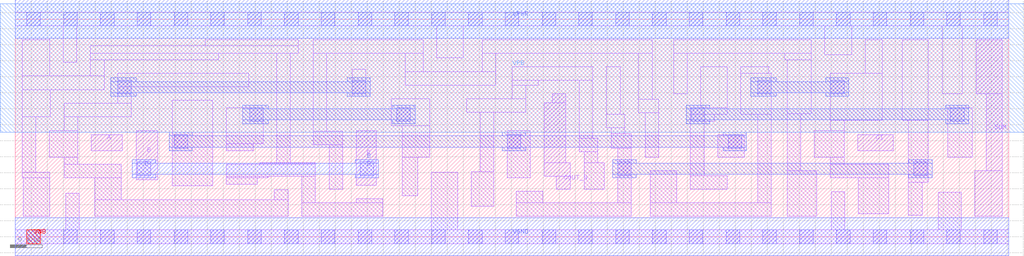
<source format=lef>
# Copyright 2020 The SkyWater PDK Authors
#
# Licensed under the Apache License, Version 2.0 (the "License");
# you may not use this file except in compliance with the License.
# You may obtain a copy of the License at
#
#     https://www.apache.org/licenses/LICENSE-2.0
#
# Unless required by applicable law or agreed to in writing, software
# distributed under the License is distributed on an "AS IS" BASIS,
# WITHOUT WARRANTIES OR CONDITIONS OF ANY KIND, either express or implied.
# See the License for the specific language governing permissions and
# limitations under the License.
#
# SPDX-License-Identifier: Apache-2.0

VERSION 5.7 ;
  NOWIREEXTENSIONATPIN ON ;
  DIVIDERCHAR "/" ;
  BUSBITCHARS "[]" ;
MACRO sky130_fd_sc_hd__fahcon_1
  CLASS CORE ;
  FOREIGN sky130_fd_sc_hd__fahcon_1 ;
  ORIGIN  0.000000  0.000000 ;
  SIZE  12.42000 BY  2.720000 ;
  SYMMETRY X Y R90 ;
  SITE unithd ;
  PIN A
    ANTENNAGATEAREA  0.247500 ;
    DIRECTION INPUT ;
    USE SIGNAL ;
    PORT
      LAYER li1 ;
        RECT 0.950000 1.075000 1.340000 1.275000 ;
    END
  END A
  PIN B
    ANTENNAGATEAREA  0.937500 ;
    DIRECTION INPUT ;
    USE SIGNAL ;
    PORT
      LAYER li1 ;
        RECT 1.510000 0.710000 1.780000 1.325000 ;
      LAYER mcon ;
        RECT 1.525000 0.765000 1.695000 0.935000 ;
    END
    PORT
      LAYER li1 ;
        RECT 4.265000 0.645000 4.515000 1.325000 ;
      LAYER mcon ;
        RECT 4.310000 0.765000 4.480000 0.935000 ;
    END
    PORT
      LAYER met1 ;
        RECT 1.465000 0.735000 1.755000 0.780000 ;
        RECT 1.465000 0.780000 4.540000 0.920000 ;
        RECT 1.465000 0.920000 1.755000 0.965000 ;
        RECT 4.250000 0.735000 4.540000 0.780000 ;
        RECT 4.250000 0.920000 4.540000 0.965000 ;
    END
  END B
  PIN CI
    ANTENNAGATEAREA  0.493500 ;
    DIRECTION INPUT ;
    USE SIGNAL ;
    PORT
      LAYER li1 ;
        RECT 10.530000 1.075000 10.975000 1.275000 ;
    END
  END CI
  PIN COUT_N
    ANTENNADIFFAREA  0.402800 ;
    DIRECTION OUTPUT ;
    USE SIGNAL ;
    PORT
      LAYER li1 ;
        RECT 6.610000 0.755000 6.935000 0.925000 ;
        RECT 6.610000 0.925000 6.880000 1.675000 ;
        RECT 6.710000 1.675000 6.880000 1.785000 ;
        RECT 6.765000 0.595000 6.935000 0.755000 ;
    END
  END COUT_N
  PIN SUM
    ANTENNADIFFAREA  0.463750 ;
    DIRECTION OUTPUT ;
    USE SIGNAL ;
    PORT
      LAYER li1 ;
        RECT 11.995000 0.255000 12.335000 0.825000 ;
        RECT 12.010000 1.785000 12.335000 2.465000 ;
        RECT 12.135000 0.825000 12.335000 1.785000 ;
    END
  END SUM
  PIN VGND
    DIRECTION INOUT ;
    SHAPE ABUTMENT ;
    USE GROUND ;
    PORT
      LAYER met1 ;
        RECT 0.000000 -0.240000 12.420000 0.240000 ;
    END
  END VGND
  PIN VNB
    DIRECTION INOUT ;
    USE GROUND ;
    PORT
      LAYER pwell ;
        RECT 0.145000 -0.085000 0.315000 0.085000 ;
    END
  END VNB
  PIN VPB
    DIRECTION INOUT ;
    USE POWER ;
    PORT
      LAYER nwell ;
        RECT -0.190000 1.305000 12.610000 2.910000 ;
    END
  END VPB
  PIN VPWR
    DIRECTION INOUT ;
    SHAPE ABUTMENT ;
    USE POWER ;
    PORT
      LAYER met1 ;
        RECT 0.000000 2.480000 12.420000 2.960000 ;
    END
  END VPWR
  OBS
    LAYER li1 ;
      RECT  0.000000 -0.085000 12.420000 0.085000 ;
      RECT  0.000000  2.635000 12.420000 2.805000 ;
      RECT  0.085000  0.735000  0.430000 0.805000 ;
      RECT  0.085000  0.805000  0.255000 1.500000 ;
      RECT  0.085000  1.500000  0.440000 1.840000 ;
      RECT  0.085000  1.840000  1.110000 2.010000 ;
      RECT  0.085000  2.010000  0.430000 2.465000 ;
      RECT  0.100000  0.255000  0.430000 0.735000 ;
      RECT  0.425000  0.995000  0.780000 1.325000 ;
      RECT  0.600000  2.180000  0.770000 2.635000 ;
      RECT  0.610000  0.735000  1.325000 0.905000 ;
      RECT  0.610000  0.905000  0.780000 0.995000 ;
      RECT  0.610000  1.325000  0.780000 1.500000 ;
      RECT  0.610000  1.500000  1.450000 1.670000 ;
      RECT  0.630000  0.085000  0.800000 0.545000 ;
      RECT  0.940000  2.010000  1.110000 2.215000 ;
      RECT  0.940000  2.215000  2.545000 2.295000 ;
      RECT  0.940000  2.295000  3.540000 2.385000 ;
      RECT  0.995000  0.255000  3.410000 0.465000 ;
      RECT  0.995000  0.465000  1.325000 0.735000 ;
      RECT  1.280000  1.670000  1.450000 1.875000 ;
      RECT  1.280000  1.875000  2.920000 2.045000 ;
      RECT  1.965000  0.635000  2.470000 1.705000 ;
      RECT  2.375000  2.385000  3.540000 2.465000 ;
      RECT  2.640000  0.655000  3.025000 0.735000 ;
      RECT  2.640000  0.735000  3.160000 0.755000 ;
      RECT  2.640000  0.755000  3.750000 0.905000 ;
      RECT  2.640000  1.075000  2.975000 1.160000 ;
      RECT  2.640000  1.160000  3.100000 1.615000 ;
      RECT  3.055000  0.905000  3.750000 0.925000 ;
      RECT  3.240000  0.465000  3.410000 0.585000 ;
      RECT  3.270000  0.925000  3.440000 2.295000 ;
      RECT  3.580000  0.255000  4.595000 0.425000 ;
      RECT  3.580000  0.425000  3.750000 0.755000 ;
      RECT  3.725000  1.150000  4.095000 1.320000 ;
      RECT  3.725000  1.320000  3.895000 2.295000 ;
      RECT  3.725000  2.295000  5.100000 2.465000 ;
      RECT  3.925000  0.595000  4.095000 1.150000 ;
      RECT  4.210000  1.755000  4.380000 2.095000 ;
      RECT  4.265000  0.425000  4.595000 0.475000 ;
      RECT  4.700000  1.385000  5.180000 1.725000 ;
      RECT  4.840000  0.510000  5.030000 0.995000 ;
      RECT  4.840000  0.995000  5.180000 1.385000 ;
      RECT  4.875000  1.895000  6.005000 2.065000 ;
      RECT  4.875000  2.065000  5.100000 2.295000 ;
      RECT  5.200000  0.085000  5.530000 0.805000 ;
      RECT  5.270000  2.235000  5.600000 2.635000 ;
      RECT  5.645000  1.555000  6.380000 1.725000 ;
      RECT  5.700000  0.380000  5.980000 0.815000 ;
      RECT  5.810000  0.815000  5.980000 1.555000 ;
      RECT  5.835000  2.065000  6.005000 2.295000 ;
      RECT  5.835000  2.295000  7.960000 2.465000 ;
      RECT  6.150000  0.740000  6.435000 1.325000 ;
      RECT  6.210000  1.725000  6.380000 1.895000 ;
      RECT  6.210000  1.895000  6.540000 1.955000 ;
      RECT  6.210000  1.955000  7.220000 2.125000 ;
      RECT  6.265000  0.255000  7.700000 0.425000 ;
      RECT  6.265000  0.425000  6.595000 0.570000 ;
      RECT  7.050000  1.060000  7.280000 1.230000 ;
      RECT  7.050000  1.230000  7.220000 1.955000 ;
      RECT  7.110000  0.595000  7.360000 0.925000 ;
      RECT  7.110000  0.925000  7.280000 1.060000 ;
      RECT  7.390000  1.360000  7.620000 1.530000 ;
      RECT  7.390000  1.530000  7.560000 2.125000 ;
      RECT  7.450000  1.105000  7.700000 1.290000 ;
      RECT  7.450000  1.290000  7.620000 1.360000 ;
      RECT  7.530000  0.425000  7.700000 1.105000 ;
      RECT  7.790000  1.550000  8.045000 1.720000 ;
      RECT  7.790000  1.720000  7.960000 2.295000 ;
      RECT  7.875000  0.995000  8.045000 1.550000 ;
      RECT  7.935000  0.255000  9.450000 0.425000 ;
      RECT  7.935000  0.425000  8.270000 0.825000 ;
      RECT  8.230000  1.785000  8.400000 2.295000 ;
      RECT  8.230000  2.295000  9.950000 2.465000 ;
      RECT  8.440000  0.595000  8.900000 0.765000 ;
      RECT  8.440000  0.765000  8.610000 1.445000 ;
      RECT  8.440000  1.445000  8.740000 1.530000 ;
      RECT  8.440000  1.530000  8.900000 1.615000 ;
      RECT  8.570000  1.615000  8.900000 2.125000 ;
      RECT  8.780000  0.995000  9.110000 1.275000 ;
      RECT  9.070000  1.530000  9.450000 2.045000 ;
      RECT  9.070000  2.045000  9.420000 2.125000 ;
      RECT  9.280000  0.425000  9.450000 1.530000 ;
      RECT  9.620000  2.215000  9.950000 2.295000 ;
      RECT  9.650000  0.255000 10.020000 0.825000 ;
      RECT  9.650000  0.825000  9.820000 1.535000 ;
      RECT  9.650000  1.535000  9.950000 2.215000 ;
      RECT  9.990000  0.995000 10.360000 1.325000 ;
      RECT 10.120000  2.275000 10.455000 2.635000 ;
      RECT 10.190000  0.735000 10.920000 0.905000 ;
      RECT 10.190000  0.905000 10.360000 0.995000 ;
      RECT 10.190000  1.325000 10.360000 1.455000 ;
      RECT 10.190000  1.455000 10.835000 2.045000 ;
      RECT 10.200000  0.085000 10.370000 0.565000 ;
      RECT 10.540000  0.285000 10.920000 0.735000 ;
      RECT 10.625000  2.045000 10.835000 2.465000 ;
      RECT 11.085000  1.455000 11.415000 2.465000 ;
      RECT 11.165000  0.270000 11.335000 0.680000 ;
      RECT 11.165000  0.680000 11.415000 1.455000 ;
      RECT 11.535000  0.085000 11.825000 0.555000 ;
      RECT 11.585000  1.785000 11.840000 2.635000 ;
      RECT 11.655000  0.995000 11.965000 1.615000 ;
    LAYER mcon ;
      RECT  0.145000 -0.085000  0.315000 0.085000 ;
      RECT  0.145000  2.635000  0.315000 2.805000 ;
      RECT  0.605000 -0.085000  0.775000 0.085000 ;
      RECT  0.605000  2.635000  0.775000 2.805000 ;
      RECT  1.065000 -0.085000  1.235000 0.085000 ;
      RECT  1.065000  2.635000  1.235000 2.805000 ;
      RECT  1.280000  1.785000  1.450000 1.955000 ;
      RECT  1.525000 -0.085000  1.695000 0.085000 ;
      RECT  1.525000  2.635000  1.695000 2.805000 ;
      RECT  1.985000 -0.085000  2.155000 0.085000 ;
      RECT  1.985000  1.105000  2.155000 1.275000 ;
      RECT  1.985000  2.635000  2.155000 2.805000 ;
      RECT  2.445000 -0.085000  2.615000 0.085000 ;
      RECT  2.445000  2.635000  2.615000 2.805000 ;
      RECT  2.905000 -0.085000  3.075000 0.085000 ;
      RECT  2.905000  2.635000  3.075000 2.805000 ;
      RECT  2.930000  1.445000  3.100000 1.615000 ;
      RECT  3.365000 -0.085000  3.535000 0.085000 ;
      RECT  3.365000  2.635000  3.535000 2.805000 ;
      RECT  3.825000 -0.085000  3.995000 0.085000 ;
      RECT  3.825000  2.635000  3.995000 2.805000 ;
      RECT  4.210000  1.785000  4.380000 1.955000 ;
      RECT  4.285000 -0.085000  4.455000 0.085000 ;
      RECT  4.285000  2.635000  4.455000 2.805000 ;
      RECT  4.745000 -0.085000  4.915000 0.085000 ;
      RECT  4.745000  2.635000  4.915000 2.805000 ;
      RECT  4.770000  1.445000  4.940000 1.615000 ;
      RECT  5.205000 -0.085000  5.375000 0.085000 ;
      RECT  5.205000  2.635000  5.375000 2.805000 ;
      RECT  5.665000 -0.085000  5.835000 0.085000 ;
      RECT  5.665000  2.635000  5.835000 2.805000 ;
      RECT  6.125000 -0.085000  6.295000 0.085000 ;
      RECT  6.125000  2.635000  6.295000 2.805000 ;
      RECT  6.150000  1.105000  6.320000 1.275000 ;
      RECT  6.585000 -0.085000  6.755000 0.085000 ;
      RECT  6.585000  2.635000  6.755000 2.805000 ;
      RECT  7.045000 -0.085000  7.215000 0.085000 ;
      RECT  7.045000  2.635000  7.215000 2.805000 ;
      RECT  7.505000 -0.085000  7.675000 0.085000 ;
      RECT  7.505000  2.635000  7.675000 2.805000 ;
      RECT  7.530000  0.765000  7.700000 0.935000 ;
      RECT  7.965000 -0.085000  8.135000 0.085000 ;
      RECT  7.965000  2.635000  8.135000 2.805000 ;
      RECT  8.425000 -0.085000  8.595000 0.085000 ;
      RECT  8.425000  2.635000  8.595000 2.805000 ;
      RECT  8.450000  1.445000  8.620000 1.615000 ;
      RECT  8.885000 -0.085000  9.055000 0.085000 ;
      RECT  8.885000  2.635000  9.055000 2.805000 ;
      RECT  8.910000  1.105000  9.080000 1.275000 ;
      RECT  9.280000  1.785000  9.450000 1.955000 ;
      RECT  9.345000 -0.085000  9.515000 0.085000 ;
      RECT  9.345000  2.635000  9.515000 2.805000 ;
      RECT  9.805000 -0.085000  9.975000 0.085000 ;
      RECT  9.805000  2.635000  9.975000 2.805000 ;
      RECT 10.190000  1.785000 10.360000 1.955000 ;
      RECT 10.265000 -0.085000 10.435000 0.085000 ;
      RECT 10.265000  2.635000 10.435000 2.805000 ;
      RECT 10.725000 -0.085000 10.895000 0.085000 ;
      RECT 10.725000  2.635000 10.895000 2.805000 ;
      RECT 11.185000 -0.085000 11.355000 0.085000 ;
      RECT 11.185000  2.635000 11.355000 2.805000 ;
      RECT 11.230000  0.765000 11.400000 0.935000 ;
      RECT 11.645000 -0.085000 11.815000 0.085000 ;
      RECT 11.645000  2.635000 11.815000 2.805000 ;
      RECT 11.690000  1.445000 11.860000 1.615000 ;
      RECT 12.105000 -0.085000 12.275000 0.085000 ;
      RECT 12.105000  2.635000 12.275000 2.805000 ;
    LAYER met1 ;
      RECT  1.195000 1.755000  1.510000 1.800000 ;
      RECT  1.195000 1.800000  4.440000 1.940000 ;
      RECT  1.195000 1.940000  1.510000 1.985000 ;
      RECT  1.925000 1.075000  2.215000 1.120000 ;
      RECT  1.925000 1.120000  9.140000 1.260000 ;
      RECT  1.925000 1.260000  2.215000 1.305000 ;
      RECT  2.845000 1.415000  3.160000 1.460000 ;
      RECT  2.845000 1.460000  5.000000 1.600000 ;
      RECT  2.845000 1.600000  3.160000 1.645000 ;
      RECT  4.150000 1.755000  4.440000 1.800000 ;
      RECT  4.150000 1.940000  4.440000 1.985000 ;
      RECT  4.710000 1.415000  5.000000 1.460000 ;
      RECT  4.710000 1.600000  5.000000 1.645000 ;
      RECT  6.090000 1.075000  6.380000 1.120000 ;
      RECT  6.090000 1.260000  6.380000 1.305000 ;
      RECT  7.470000 0.735000  7.760000 0.780000 ;
      RECT  7.470000 0.780000 11.460000 0.920000 ;
      RECT  7.470000 0.920000  7.760000 0.965000 ;
      RECT  8.390000 1.415000  8.680000 1.460000 ;
      RECT  8.390000 1.460000 11.920000 1.600000 ;
      RECT  8.390000 1.600000  8.680000 1.645000 ;
      RECT  8.850000 1.075000  9.140000 1.120000 ;
      RECT  8.850000 1.260000  9.140000 1.305000 ;
      RECT  9.195000 1.755000  9.510000 1.800000 ;
      RECT  9.195000 1.800000 10.420000 1.940000 ;
      RECT  9.195000 1.940000  9.510000 1.985000 ;
      RECT 10.130000 1.755000 10.420000 1.800000 ;
      RECT 10.130000 1.940000 10.420000 1.985000 ;
      RECT 11.170000 0.735000 11.460000 0.780000 ;
      RECT 11.170000 0.920000 11.460000 0.965000 ;
      RECT 11.630000 1.415000 11.920000 1.460000 ;
      RECT 11.630000 1.600000 11.920000 1.645000 ;
  END
END sky130_fd_sc_hd__fahcon_1
END LIBRARY

</source>
